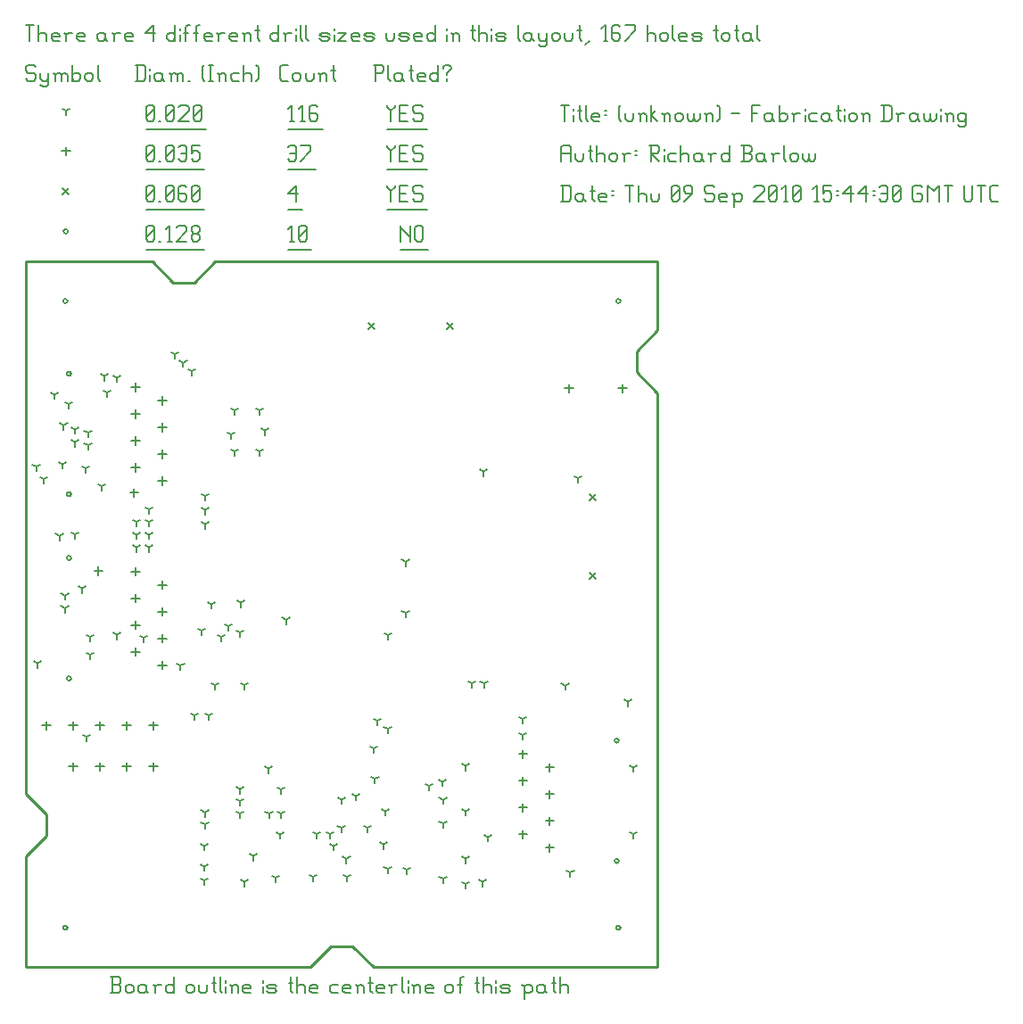
<source format=gbr>
G04 start of page 13 for group -3984 idx -3984 *
G04 Title: (unknown), fab *
G04 Creator: pcb 1.99z *
G04 CreationDate: Thu 09 Sep 2010 15:44:30 GMT UTC *
G04 For: rbarlow *
G04 Format: Gerber/RS-274X *
G04 PCB-Dimensions: 236220 263780 *
G04 PCB-Coordinate-Origin: lower left *
%MOIN*%
%FSLAX25Y25*%
%LNFAB*%
%ADD12C,0.0100*%
%ADD70R,0.0080X0.0080*%
%ADD71C,0.0060*%
G54D70*X220657Y14764D02*G75*G03X222257Y14764I800J0D01*G01*
G75*G03X220657Y14764I-800J0D01*G01*
X13964D02*G75*G03X15564Y14764I800J0D01*G01*
G75*G03X13964Y14764I-800J0D01*G01*
X220657Y249016D02*G75*G03X222257Y249016I800J0D01*G01*
G75*G03X220657Y249016I-800J0D01*G01*
X13964D02*G75*G03X15564Y249016I800J0D01*G01*
G75*G03X13964Y249016I-800J0D01*G01*
X15342Y152955D02*G75*G03X16942Y152955I800J0D01*G01*
G75*G03X15342Y152955I-800J0D01*G01*
Y107955D02*G75*G03X16942Y107955I800J0D01*G01*
G75*G03X15342Y107955I-800J0D01*G01*
Y221852D02*G75*G03X16942Y221852I800J0D01*G01*
G75*G03X15342Y221852I-800J0D01*G01*
Y176852D02*G75*G03X16942Y176852I800J0D01*G01*
G75*G03X15342Y176852I-800J0D01*G01*
X220065Y39727D02*G75*G03X221665Y39727I800J0D01*G01*
G75*G03X220065Y39727I-800J0D01*G01*
Y84727D02*G75*G03X221665Y84727I800J0D01*G01*
G75*G03X220065Y84727I-800J0D01*G01*
X14200Y275030D02*G75*G03X15800Y275030I800J0D01*G01*
G75*G03X14200Y275030I-800J0D01*G01*
G54D71*X140000Y277280D02*Y271280D01*
Y277280D02*Y276530D01*
X143750Y272780D01*
Y277280D02*Y271280D01*
X145551Y276530D02*Y272030D01*
Y276530D02*X146301Y277280D01*
X147801D01*
X148551Y276530D01*
Y272030D01*
X147801Y271280D02*X148551Y272030D01*
X146301Y271280D02*X147801D01*
X145551Y272030D02*X146301Y271280D01*
X140000Y268029D02*X150353D01*
X98750Y271280D02*X100250D01*
X99500Y277280D02*Y271280D01*
X98000Y275780D02*X99500Y277280D01*
X102051Y272030D02*X102801Y271280D01*
X102051Y276530D02*Y272030D01*
Y276530D02*X102801Y277280D01*
X104301D01*
X105051Y276530D01*
Y272030D01*
X104301Y271280D02*X105051Y272030D01*
X102801Y271280D02*X104301D01*
X102051Y272780D02*X105051Y275780D01*
X98000Y268029D02*X106853D01*
X45000Y272030D02*X45750Y271280D01*
X45000Y276530D02*Y272030D01*
Y276530D02*X45750Y277280D01*
X47250D01*
X48000Y276530D01*
Y272030D01*
X47250Y271280D02*X48000Y272030D01*
X45750Y271280D02*X47250D01*
X45000Y272780D02*X48000Y275780D01*
X49801Y271280D02*X50551D01*
X53103D02*X54603D01*
X53853Y277280D02*Y271280D01*
X52353Y275780D02*X53853Y277280D01*
X56404Y276530D02*X57154Y277280D01*
X59404D01*
X60154Y276530D01*
Y275030D01*
X56404Y271280D02*X60154Y275030D01*
X56404Y271280D02*X60154D01*
X61956Y272030D02*X62706Y271280D01*
X61956Y273530D02*Y272030D01*
Y273530D02*X62706Y274280D01*
X64206D01*
X64956Y273530D01*
Y272030D01*
X64206Y271280D02*X64956Y272030D01*
X62706Y271280D02*X64206D01*
X61956Y275030D02*X62706Y274280D01*
X61956Y276530D02*Y275030D01*
Y276530D02*X62706Y277280D01*
X64206D01*
X64956Y276530D01*
Y275030D01*
X64206Y274280D02*X64956Y275030D01*
X45000Y268029D02*X66757D01*
X157462Y240767D02*X159862Y238367D01*
X157462D02*X159862Y240767D01*
X127934D02*X130334Y238367D01*
X127934D02*X130334Y240767D01*
X210805Y147420D02*X213205Y145020D01*
X210805D02*X213205Y147420D01*
X210805Y176948D02*X213205Y174548D01*
X210805D02*X213205Y176948D01*
X13800Y291230D02*X16200Y288830D01*
X13800D02*X16200Y291230D01*
X135000Y292280D02*Y291530D01*
X136500Y290030D01*
X138000Y291530D01*
Y292280D02*Y291530D01*
X136500Y290030D02*Y286280D01*
X139801Y289280D02*X142051D01*
X139801Y286280D02*X142801D01*
X139801Y292280D02*Y286280D01*
Y292280D02*X142801D01*
X147603D02*X148353Y291530D01*
X145353Y292280D02*X147603D01*
X144603Y291530D02*X145353Y292280D01*
X144603Y291530D02*Y290030D01*
X145353Y289280D01*
X147603D01*
X148353Y288530D01*
Y287030D01*
X147603Y286280D02*X148353Y287030D01*
X145353Y286280D02*X147603D01*
X144603Y287030D02*X145353Y286280D01*
X135000Y283029D02*X150154D01*
X98000Y289280D02*X101000Y292280D01*
X98000Y289280D02*X101750D01*
X101000Y292280D02*Y286280D01*
X98000Y283029D02*X103551D01*
X45000Y287030D02*X45750Y286280D01*
X45000Y291530D02*Y287030D01*
Y291530D02*X45750Y292280D01*
X47250D01*
X48000Y291530D01*
Y287030D01*
X47250Y286280D02*X48000Y287030D01*
X45750Y286280D02*X47250D01*
X45000Y287780D02*X48000Y290780D01*
X49801Y286280D02*X50551D01*
X52353Y287030D02*X53103Y286280D01*
X52353Y291530D02*Y287030D01*
Y291530D02*X53103Y292280D01*
X54603D01*
X55353Y291530D01*
Y287030D01*
X54603Y286280D02*X55353Y287030D01*
X53103Y286280D02*X54603D01*
X52353Y287780D02*X55353Y290780D01*
X59404Y292280D02*X60154Y291530D01*
X57904Y292280D02*X59404D01*
X57154Y291530D02*X57904Y292280D01*
X57154Y291530D02*Y287030D01*
X57904Y286280D01*
X59404Y289280D02*X60154Y288530D01*
X57154Y289280D02*X59404D01*
X57904Y286280D02*X59404D01*
X60154Y287030D01*
Y288530D02*Y287030D01*
X61956D02*X62706Y286280D01*
X61956Y291530D02*Y287030D01*
Y291530D02*X62706Y292280D01*
X64206D01*
X64956Y291530D01*
Y287030D01*
X64206Y286280D02*X64956Y287030D01*
X62706Y286280D02*X64206D01*
X61956Y287780D02*X64956Y290780D01*
X45000Y283029D02*X66757D01*
X7797Y91956D02*Y88756D01*
X6197Y90356D02*X9397D01*
X17797Y91956D02*Y88756D01*
X16197Y90356D02*X19397D01*
X27797Y91956D02*Y88756D01*
X26197Y90356D02*X29397D01*
X37797Y91956D02*Y88756D01*
X36197Y90356D02*X39397D01*
X47797Y91956D02*Y88756D01*
X46197Y90356D02*X49397D01*
X51142Y114555D02*Y111355D01*
X49542Y112955D02*X52742D01*
X41142Y119555D02*Y116355D01*
X39542Y117955D02*X42742D01*
X51142Y134555D02*Y131355D01*
X49542Y132955D02*X52742D01*
X41142Y139555D02*Y136355D01*
X39542Y137955D02*X42742D01*
X41142Y129555D02*Y126355D01*
X39542Y127955D02*X42742D01*
X41142Y149555D02*Y146355D01*
X39542Y147955D02*X42742D01*
X51142Y144555D02*Y141355D01*
X49542Y142955D02*X52742D01*
X51142Y124555D02*Y121355D01*
X49542Y122955D02*X52742D01*
X51142Y183452D02*Y180252D01*
X49542Y181852D02*X52742D01*
X41142Y188452D02*Y185252D01*
X39542Y186852D02*X42742D01*
X51142Y203452D02*Y200252D01*
X49542Y201852D02*X52742D01*
X41142Y208452D02*Y205252D01*
X39542Y206852D02*X42742D01*
X41142Y198452D02*Y195252D01*
X39542Y196852D02*X42742D01*
X41142Y218452D02*Y215252D01*
X39542Y216852D02*X42742D01*
X51142Y213452D02*Y210252D01*
X49542Y211852D02*X52742D01*
X51142Y193452D02*Y190252D01*
X49542Y191852D02*X52742D01*
X17717Y76602D02*Y73402D01*
X16117Y75002D02*X19317D01*
X27717Y76602D02*Y73402D01*
X26117Y75002D02*X29317D01*
X37717Y76602D02*Y73402D01*
X36117Y75002D02*X39317D01*
X47717Y76602D02*Y73402D01*
X46117Y75002D02*X49317D01*
X223150Y217940D02*Y214740D01*
X221550Y216340D02*X224750D01*
X203150Y217940D02*Y214740D01*
X201550Y216340D02*X204750D01*
X185865Y81327D02*Y78127D01*
X184265Y79727D02*X187465D01*
X195865Y76327D02*Y73127D01*
X194265Y74727D02*X197465D01*
X185865Y61327D02*Y58127D01*
X184265Y59727D02*X187465D01*
X195865Y56327D02*Y53127D01*
X194265Y54727D02*X197465D01*
X195865Y66327D02*Y63127D01*
X194265Y64727D02*X197465D01*
X195865Y46327D02*Y43127D01*
X194265Y44727D02*X197465D01*
X185865Y51327D02*Y48127D01*
X184265Y49727D02*X187465D01*
X185865Y71327D02*Y68127D01*
X184265Y69727D02*X187465D01*
X40551Y178964D02*Y175764D01*
X38951Y177364D02*X42151D01*
X27166Y149830D02*Y146630D01*
X25566Y148230D02*X28766D01*
X15000Y306630D02*Y303430D01*
X13400Y305030D02*X16600D01*
X135000Y307280D02*Y306530D01*
X136500Y305030D01*
X138000Y306530D01*
Y307280D02*Y306530D01*
X136500Y305030D02*Y301280D01*
X139801Y304280D02*X142051D01*
X139801Y301280D02*X142801D01*
X139801Y307280D02*Y301280D01*
Y307280D02*X142801D01*
X147603D02*X148353Y306530D01*
X145353Y307280D02*X147603D01*
X144603Y306530D02*X145353Y307280D01*
X144603Y306530D02*Y305030D01*
X145353Y304280D01*
X147603D01*
X148353Y303530D01*
Y302030D01*
X147603Y301280D02*X148353Y302030D01*
X145353Y301280D02*X147603D01*
X144603Y302030D02*X145353Y301280D01*
X135000Y298029D02*X150154D01*
X98000Y306530D02*X98750Y307280D01*
X100250D01*
X101000Y306530D01*
Y302030D01*
X100250Y301280D02*X101000Y302030D01*
X98750Y301280D02*X100250D01*
X98000Y302030D02*X98750Y301280D01*
Y304280D02*X101000D01*
X102801Y301280D02*X106551Y305030D01*
Y307280D02*Y305030D01*
X102801Y307280D02*X106551D01*
X98000Y298029D02*X108353D01*
X45000Y302030D02*X45750Y301280D01*
X45000Y306530D02*Y302030D01*
Y306530D02*X45750Y307280D01*
X47250D01*
X48000Y306530D01*
Y302030D01*
X47250Y301280D02*X48000Y302030D01*
X45750Y301280D02*X47250D01*
X45000Y302780D02*X48000Y305780D01*
X49801Y301280D02*X50551D01*
X52353Y302030D02*X53103Y301280D01*
X52353Y306530D02*Y302030D01*
Y306530D02*X53103Y307280D01*
X54603D01*
X55353Y306530D01*
Y302030D01*
X54603Y301280D02*X55353Y302030D01*
X53103Y301280D02*X54603D01*
X52353Y302780D02*X55353Y305780D01*
X57154Y306530D02*X57904Y307280D01*
X59404D01*
X60154Y306530D01*
Y302030D01*
X59404Y301280D02*X60154Y302030D01*
X57904Y301280D02*X59404D01*
X57154Y302030D02*X57904Y301280D01*
Y304280D02*X60154D01*
X61956Y307280D02*X64956D01*
X61956D02*Y304280D01*
X62706Y305030D01*
X64206D01*
X64956Y304280D01*
Y302030D01*
X64206Y301280D02*X64956Y302030D01*
X62706Y301280D02*X64206D01*
X61956Y302030D02*X62706Y301280D01*
X45000Y298029D02*X66757D01*
X108719Y49805D02*Y48205D01*
Y49805D02*X110105Y50605D01*
X108719Y49805D02*X107333Y50605D01*
X113719Y49805D02*Y48205D01*
Y49805D02*X115105Y50605D01*
X113719Y49805D02*X112333Y50605D01*
X135236Y89175D02*Y87575D01*
Y89175D02*X136622Y89975D01*
X135236Y89175D02*X133850Y89975D01*
X130512Y70474D02*Y68874D01*
Y70474D02*X131898Y71274D01*
X130512Y70474D02*X129126Y71274D01*
X131496Y92128D02*Y90528D01*
Y92128D02*X132882Y92928D01*
X131496Y92128D02*X130110Y92928D01*
X134449Y58270D02*Y56670D01*
Y58270D02*X135835Y59070D01*
X134449Y58270D02*X133063Y59070D01*
X201575Y105317D02*Y103717D01*
Y105317D02*X202961Y106117D01*
X201575Y105317D02*X200189Y106117D01*
X206299Y182679D02*Y181079D01*
Y182679D02*X207685Y183479D01*
X206299Y182679D02*X204913Y183479D01*
X171260Y106103D02*Y104503D01*
Y106103D02*X172646Y106903D01*
X171260Y106103D02*X169874Y106903D01*
X141929Y132482D02*Y130882D01*
Y132482D02*X143315Y133282D01*
X141929Y132482D02*X140543Y133282D01*
X171063Y185238D02*Y183638D01*
Y185238D02*X172449Y186038D01*
X171063Y185238D02*X169677Y186038D01*
X141929Y151575D02*Y149975D01*
Y151575D02*X143315Y152375D01*
X141929Y151575D02*X140543Y152375D01*
X135433Y124018D02*Y122418D01*
Y124018D02*X136819Y124818D01*
X135433Y124018D02*X134047Y124818D01*
X226968Y49805D02*Y48205D01*
Y49805D02*X228354Y50605D01*
X226968Y49805D02*X225582Y50605D01*
X226968Y74608D02*Y73008D01*
Y74608D02*X228354Y75408D01*
X226968Y74608D02*X225582Y75408D01*
X185827Y86813D02*Y85213D01*
Y86813D02*X187213Y87613D01*
X185827Y86813D02*X184441Y87613D01*
X185827Y92718D02*Y91118D01*
Y92718D02*X187213Y93518D01*
X185827Y92718D02*X184441Y93518D01*
X170669Y31892D02*Y30292D01*
Y31892D02*X172055Y32692D01*
X170669Y31892D02*X169283Y32692D01*
X172638Y48624D02*Y47024D01*
Y48624D02*X174024Y49424D01*
X172638Y48624D02*X171252Y49424D01*
X164370Y75199D02*Y73599D01*
Y75199D02*X165756Y75999D01*
X164370Y75199D02*X162984Y75999D01*
X164370Y58270D02*Y56670D01*
Y58270D02*X165756Y59070D01*
X164370Y58270D02*X162984Y59070D01*
X164370Y40553D02*Y38953D01*
Y40553D02*X165756Y41353D01*
X164370Y40553D02*X162984Y41353D01*
X225000Y99214D02*Y97614D01*
Y99214D02*X226386Y100014D01*
X225000Y99214D02*X223614Y100014D01*
X155906Y33073D02*Y31473D01*
Y33073D02*X157292Y33873D01*
X155906Y33073D02*X154520Y33873D01*
X155906Y62600D02*Y61000D01*
Y62600D02*X157292Y63400D01*
X155906Y62600D02*X154520Y63400D01*
X155906Y53742D02*Y52142D01*
Y53742D02*X157292Y54542D01*
X155906Y53742D02*X154520Y54542D01*
X150787Y67718D02*Y66118D01*
Y67718D02*X152173Y68518D01*
X150787Y67718D02*X149401Y68518D01*
X155709Y69293D02*Y67693D01*
Y69293D02*X157095Y70093D01*
X155709Y69293D02*X154323Y70093D01*
X164370Y31104D02*Y29504D01*
Y31104D02*X165756Y31904D01*
X164370Y31104D02*X162984Y31904D01*
X130118Y81695D02*Y80095D01*
Y81695D02*X131504Y82495D01*
X130118Y81695D02*X128732Y82495D01*
X203543Y35435D02*Y33835D01*
Y35435D02*X204929Y36235D01*
X203543Y35435D02*X202157Y36235D01*
X135236Y36813D02*Y35213D01*
Y36813D02*X136622Y37613D01*
X135236Y36813D02*X133850Y37613D01*
X133661Y45868D02*Y44268D01*
Y45868D02*X135047Y46668D01*
X133661Y45868D02*X132275Y46668D01*
X28347Y179726D02*Y178126D01*
Y179726D02*X29733Y180526D01*
X28347Y179726D02*X26961Y180526D01*
X107480Y33860D02*Y32260D01*
Y33860D02*X108866Y34660D01*
X107480Y33860D02*X106094Y34660D01*
X90748Y74213D02*Y72613D01*
Y74213D02*X92134Y75013D01*
X90748Y74213D02*X89362Y75013D01*
X81693Y105514D02*Y103914D01*
Y105514D02*X83079Y106314D01*
X81693Y105514D02*X80307Y106314D01*
X95472Y57482D02*Y55882D01*
Y57482D02*X96858Y58282D01*
X95472Y57482D02*X94086Y58282D01*
X85039Y41537D02*Y39937D01*
Y41537D02*X86425Y42337D01*
X85039Y41537D02*X83653Y42337D01*
X16142Y210435D02*Y208835D01*
Y210435D02*X17528Y211235D01*
X16142Y210435D02*X14756Y211235D01*
X66732Y37600D02*Y36000D01*
Y37600D02*X68118Y38400D01*
X66732Y37600D02*X65346Y38400D01*
X14174Y202561D02*Y200961D01*
Y202561D02*X15560Y203361D01*
X14174Y202561D02*X12788Y203361D01*
X10630Y213978D02*Y212378D01*
Y213978D02*X12016Y214778D01*
X10630Y213978D02*X9244Y214778D01*
X18504Y196262D02*Y194662D01*
Y196262D02*X19890Y197062D01*
X18504Y196262D02*X17118Y197062D01*
X18504Y200986D02*Y199386D01*
Y200986D02*X19890Y201786D01*
X18504Y200986D02*X17118Y201786D01*
X66732Y45277D02*Y43677D01*
Y45277D02*X68118Y46077D01*
X66732Y45277D02*X65346Y46077D01*
X68504Y94095D02*Y92495D01*
Y94095D02*X69890Y94895D01*
X68504Y94095D02*X67118Y94895D01*
X14567Y134252D02*Y132652D01*
Y134252D02*X15953Y135052D01*
X14567Y134252D02*X13181Y135052D01*
X24016Y123427D02*Y121827D01*
Y123427D02*X25402Y124227D01*
X24016Y123427D02*X22630Y124227D01*
X4331Y113585D02*Y111985D01*
Y113585D02*X5717Y114385D01*
X4331Y113585D02*X2945Y114385D01*
X22835Y86026D02*Y84426D01*
Y86026D02*X24221Y86826D01*
X22835Y86026D02*X21449Y86826D01*
X57874Y112797D02*Y111197D01*
Y112797D02*X59260Y113597D01*
X57874Y112797D02*X56488Y113597D01*
X13780Y187994D02*Y186394D01*
Y187994D02*X15166Y188794D01*
X13780Y187994D02*X12394Y188794D01*
X22441Y186419D02*Y184819D01*
Y186419D02*X23827Y187219D01*
X22441Y186419D02*X21055Y187219D01*
X12599Y161223D02*Y159623D01*
Y161223D02*X13985Y162023D01*
X12599Y161223D02*X11213Y162023D01*
X14567Y138977D02*Y137377D01*
Y138977D02*X15953Y139777D01*
X14567Y138977D02*X13181Y139777D01*
X24016Y116734D02*Y115134D01*
Y116734D02*X25402Y117534D01*
X24016Y116734D02*X22630Y117534D01*
X18504Y161813D02*Y160213D01*
Y161813D02*X19890Y162613D01*
X18504Y161813D02*X17118Y162613D01*
X21063Y141538D02*Y139938D01*
Y141538D02*X22449Y142338D01*
X21063Y141538D02*X19677Y142338D01*
X29331Y220868D02*Y219268D01*
Y220868D02*X30717Y221668D01*
X29331Y220868D02*X27945Y221668D01*
X62992Y94095D02*Y92495D01*
Y94095D02*X64378Y94895D01*
X62992Y94095D02*X61606Y94895D01*
X166732Y106103D02*Y104503D01*
Y106103D02*X168118Y106903D01*
X166732Y106103D02*X165346Y106903D01*
X44095Y123034D02*Y121434D01*
Y123034D02*X45481Y123834D01*
X44095Y123034D02*X42709Y123834D01*
X80118Y66537D02*Y64937D01*
Y66537D02*X81504Y67337D01*
X80118Y66537D02*X78732Y67337D01*
X80118Y62010D02*Y60410D01*
Y62010D02*X81504Y62810D01*
X80118Y62010D02*X78732Y62810D01*
X41339Y156892D02*Y155292D01*
Y156892D02*X42725Y157692D01*
X41339Y156892D02*X39953Y157692D01*
X41339Y161616D02*Y160016D01*
Y161616D02*X42725Y162416D01*
X41339Y161616D02*X39953Y162416D01*
X41339Y166341D02*Y164741D01*
Y166341D02*X42725Y167141D01*
X41339Y166341D02*X39953Y167141D01*
X46063Y156892D02*Y155292D01*
Y156892D02*X47449Y157692D01*
X46063Y156892D02*X44677Y157692D01*
X46063Y161616D02*Y160016D01*
Y161616D02*X47449Y162416D01*
X46063Y161616D02*X44677Y162416D01*
X46063Y166341D02*Y164741D01*
Y166341D02*X47449Y167141D01*
X46063Y166341D02*X44677Y167141D01*
X46063Y171065D02*Y169465D01*
Y171065D02*X47449Y171865D01*
X46063Y171065D02*X44677Y171865D01*
X70669Y105514D02*Y103914D01*
Y105514D02*X72055Y106314D01*
X70669Y105514D02*X69283Y106314D01*
X115157Y45277D02*Y43677D01*
Y45277D02*X116543Y46077D01*
X115157Y45277D02*X113771Y46077D01*
X95079Y49608D02*Y48008D01*
Y49608D02*X96465Y50408D01*
X95079Y49608D02*X93693Y50408D01*
X93504Y33466D02*Y31866D01*
Y33466D02*X94890Y34266D01*
X93504Y33466D02*X92118Y34266D01*
X66732Y32482D02*Y30882D01*
Y32482D02*X68118Y33282D01*
X66732Y32482D02*X65346Y33282D01*
X65748Y125789D02*Y124189D01*
Y125789D02*X67134Y126589D01*
X65748Y125789D02*X64362Y126589D01*
X120079Y33860D02*Y32260D01*
Y33860D02*X121465Y34660D01*
X120079Y33860D02*X118693Y34660D01*
X97244Y129923D02*Y128323D01*
Y129923D02*X98630Y130723D01*
X97244Y129923D02*X95858Y130723D01*
X6693Y182482D02*Y180882D01*
Y182482D02*X8079Y183282D01*
X6693Y182482D02*X5307Y183282D01*
X3937Y187010D02*Y185410D01*
Y187010D02*X5323Y187810D01*
X3937Y187010D02*X2551Y187810D01*
X34055Y124215D02*Y122615D01*
Y124215D02*X35441Y125015D01*
X34055Y124215D02*X32669Y125015D01*
X55709Y229136D02*Y227536D01*
Y229136D02*X57095Y229936D01*
X55709Y229136D02*X54323Y229936D01*
X58859Y225986D02*Y224386D01*
Y225986D02*X60245Y226786D01*
X58859Y225986D02*X57473Y226786D01*
X62008Y222837D02*Y221237D01*
Y222837D02*X63394Y223637D01*
X62008Y222837D02*X60622Y223637D01*
X23229Y195081D02*Y193481D01*
Y195081D02*X24615Y195881D01*
X23229Y195081D02*X21843Y195881D01*
X23229Y199805D02*Y198205D01*
Y199805D02*X24615Y200605D01*
X23229Y199805D02*X21843Y200605D01*
X30315Y214766D02*Y213166D01*
Y214766D02*X31701Y215566D01*
X30315Y214766D02*X28929Y215566D01*
X34055Y220278D02*Y218678D01*
Y220278D02*X35441Y221078D01*
X34055Y220278D02*X32669Y221078D01*
X76772Y199018D02*Y197418D01*
Y199018D02*X78158Y199818D01*
X76772Y199018D02*X75386Y199818D01*
X77953Y208073D02*Y206473D01*
Y208073D02*X79339Y208873D01*
X77953Y208073D02*X76567Y208873D01*
X87402Y208073D02*Y206473D01*
Y208073D02*X88788Y208873D01*
X87402Y208073D02*X86016Y208873D01*
X77953Y192719D02*Y191119D01*
Y192719D02*X79339Y193519D01*
X77953Y192719D02*X76567Y193519D01*
X87402Y192719D02*Y191119D01*
Y192719D02*X88788Y193519D01*
X87402Y192719D02*X86016Y193519D01*
X75627Y127473D02*Y125873D01*
Y127473D02*X77013Y128273D01*
X75627Y127473D02*X74241Y128273D01*
X80315Y136223D02*Y134623D01*
Y136223D02*X81701Y137023D01*
X80315Y136223D02*X78929Y137023D01*
X69488Y135632D02*Y134032D01*
Y135632D02*X70874Y136432D01*
X69488Y135632D02*X68102Y136432D01*
X89370Y200593D02*Y198993D01*
Y200593D02*X90756Y201393D01*
X89370Y200593D02*X87984Y201393D01*
X80118Y125002D02*Y123402D01*
Y125002D02*X81504Y125802D01*
X80118Y125002D02*X78732Y125802D01*
X73032Y123427D02*Y121827D01*
Y123427D02*X74418Y124227D01*
X73032Y123427D02*X71646Y124227D01*
X80118Y57482D02*Y55882D01*
Y57482D02*X81504Y58282D01*
X80118Y57482D02*X78732Y58282D01*
X66929Y57876D02*Y56276D01*
Y57876D02*X68315Y58676D01*
X66929Y57876D02*X65543Y58676D01*
X66929Y53348D02*Y51748D01*
Y53348D02*X68315Y54148D01*
X66929Y53348D02*X65543Y54148D01*
X95472Y66340D02*Y64740D01*
Y66340D02*X96858Y67140D01*
X95472Y66340D02*X94086Y67140D01*
X118110Y62600D02*Y61000D01*
Y62600D02*X119496Y63400D01*
X118110Y62600D02*X116724Y63400D01*
X142323Y36419D02*Y34819D01*
Y36419D02*X143709Y37219D01*
X142323Y36419D02*X140937Y37219D01*
X117913Y52167D02*Y50567D01*
Y52167D02*X119299Y52967D01*
X117913Y52167D02*X116527Y52967D01*
X127756Y52167D02*Y50567D01*
Y52167D02*X129142Y52967D01*
X127756Y52167D02*X126370Y52967D01*
X119882Y40553D02*Y38953D01*
Y40553D02*X121268Y41353D01*
X119882Y40553D02*X118496Y41353D01*
X123425Y63978D02*Y62378D01*
Y63978D02*X124811Y64778D01*
X123425Y63978D02*X122039Y64778D01*
X90945Y57482D02*Y55882D01*
Y57482D02*X92331Y58282D01*
X90945Y57482D02*X89559Y58282D01*
X81693Y31892D02*Y30292D01*
Y31892D02*X83079Y32692D01*
X81693Y31892D02*X80307Y32692D01*
X67126Y165552D02*Y163952D01*
Y165552D02*X68512Y166352D01*
X67126Y165552D02*X65740Y166352D01*
X67126Y170867D02*Y169267D01*
Y170867D02*X68512Y171667D01*
X67126Y170867D02*X65740Y171667D01*
X67126Y176182D02*Y174582D01*
Y176182D02*X68512Y176982D01*
X67126Y176182D02*X65740Y176982D01*
X15000Y320030D02*Y318430D01*
Y320030D02*X16386Y320830D01*
X15000Y320030D02*X13614Y320830D01*
X135000Y322280D02*Y321530D01*
X136500Y320030D01*
X138000Y321530D01*
Y322280D02*Y321530D01*
X136500Y320030D02*Y316280D01*
X139801Y319280D02*X142051D01*
X139801Y316280D02*X142801D01*
X139801Y322280D02*Y316280D01*
Y322280D02*X142801D01*
X147603D02*X148353Y321530D01*
X145353Y322280D02*X147603D01*
X144603Y321530D02*X145353Y322280D01*
X144603Y321530D02*Y320030D01*
X145353Y319280D01*
X147603D01*
X148353Y318530D01*
Y317030D01*
X147603Y316280D02*X148353Y317030D01*
X145353Y316280D02*X147603D01*
X144603Y317030D02*X145353Y316280D01*
X135000Y313029D02*X150154D01*
X98750Y316280D02*X100250D01*
X99500Y322280D02*Y316280D01*
X98000Y320780D02*X99500Y322280D01*
X102801Y316280D02*X104301D01*
X103551Y322280D02*Y316280D01*
X102051Y320780D02*X103551Y322280D01*
X108353D02*X109103Y321530D01*
X106853Y322280D02*X108353D01*
X106103Y321530D02*X106853Y322280D01*
X106103Y321530D02*Y317030D01*
X106853Y316280D01*
X108353Y319280D02*X109103Y318530D01*
X106103Y319280D02*X108353D01*
X106853Y316280D02*X108353D01*
X109103Y317030D01*
Y318530D02*Y317030D01*
X98000Y313029D02*X110904D01*
X45000Y317030D02*X45750Y316280D01*
X45000Y321530D02*Y317030D01*
Y321530D02*X45750Y322280D01*
X47250D01*
X48000Y321530D01*
Y317030D01*
X47250Y316280D02*X48000Y317030D01*
X45750Y316280D02*X47250D01*
X45000Y317780D02*X48000Y320780D01*
X49801Y316280D02*X50551D01*
X52353Y317030D02*X53103Y316280D01*
X52353Y321530D02*Y317030D01*
Y321530D02*X53103Y322280D01*
X54603D01*
X55353Y321530D01*
Y317030D01*
X54603Y316280D02*X55353Y317030D01*
X53103Y316280D02*X54603D01*
X52353Y317780D02*X55353Y320780D01*
X57154Y321530D02*X57904Y322280D01*
X60154D01*
X60904Y321530D01*
Y320030D01*
X57154Y316280D02*X60904Y320030D01*
X57154Y316280D02*X60904D01*
X62706Y317030D02*X63456Y316280D01*
X62706Y321530D02*Y317030D01*
Y321530D02*X63456Y322280D01*
X64956D01*
X65706Y321530D01*
Y317030D01*
X64956Y316280D02*X65706Y317030D01*
X63456Y316280D02*X64956D01*
X62706Y317780D02*X65706Y320780D01*
X45000Y313029D02*X67507D01*
X3000Y337280D02*X3750Y336530D01*
X750Y337280D02*X3000D01*
X0Y336530D02*X750Y337280D01*
X0Y336530D02*Y335030D01*
X750Y334280D01*
X3000D01*
X3750Y333530D01*
Y332030D01*
X3000Y331280D02*X3750Y332030D01*
X750Y331280D02*X3000D01*
X0Y332030D02*X750Y331280D01*
X5551Y334280D02*Y332030D01*
X6301Y331280D01*
X8551Y334280D02*Y329780D01*
X7801Y329030D02*X8551Y329780D01*
X6301Y329030D02*X7801D01*
X5551Y329780D02*X6301Y329030D01*
Y331280D02*X7801D01*
X8551Y332030D01*
X11103Y333530D02*Y331280D01*
Y333530D02*X11853Y334280D01*
X12603D01*
X13353Y333530D01*
Y331280D01*
Y333530D02*X14103Y334280D01*
X14853D01*
X15603Y333530D01*
Y331280D01*
X10353Y334280D02*X11103Y333530D01*
X17404Y337280D02*Y331280D01*
Y332030D02*X18154Y331280D01*
X19654D01*
X20404Y332030D01*
Y333530D02*Y332030D01*
X19654Y334280D02*X20404Y333530D01*
X18154Y334280D02*X19654D01*
X17404Y333530D02*X18154Y334280D01*
X22206Y333530D02*Y332030D01*
Y333530D02*X22956Y334280D01*
X24456D01*
X25206Y333530D01*
Y332030D01*
X24456Y331280D02*X25206Y332030D01*
X22956Y331280D02*X24456D01*
X22206Y332030D02*X22956Y331280D01*
X27007Y337280D02*Y332030D01*
X27757Y331280D01*
X41750Y337280D02*Y331280D01*
X44000Y337280D02*X44750Y336530D01*
Y332030D01*
X44000Y331280D02*X44750Y332030D01*
X41000Y331280D02*X44000D01*
X41000Y337280D02*X44000D01*
X46551Y335780D02*Y335030D01*
Y333530D02*Y331280D01*
X50303Y334280D02*X51053Y333530D01*
X48803Y334280D02*X50303D01*
X48053Y333530D02*X48803Y334280D01*
X48053Y333530D02*Y332030D01*
X48803Y331280D01*
X51053Y334280D02*Y332030D01*
X51803Y331280D01*
X48803D02*X50303D01*
X51053Y332030D01*
X54354Y333530D02*Y331280D01*
Y333530D02*X55104Y334280D01*
X55854D01*
X56604Y333530D01*
Y331280D01*
Y333530D02*X57354Y334280D01*
X58104D01*
X58854Y333530D01*
Y331280D01*
X53604Y334280D02*X54354Y333530D01*
X60656Y331280D02*X61406D01*
X65907Y332030D02*X66657Y331280D01*
X65907Y336530D02*X66657Y337280D01*
X65907Y336530D02*Y332030D01*
X68459Y337280D02*X69959D01*
X69209D02*Y331280D01*
X68459D02*X69959D01*
X72510Y333530D02*Y331280D01*
Y333530D02*X73260Y334280D01*
X74010D01*
X74760Y333530D01*
Y331280D01*
X71760Y334280D02*X72510Y333530D01*
X77312Y334280D02*X79562D01*
X76562Y333530D02*X77312Y334280D01*
X76562Y333530D02*Y332030D01*
X77312Y331280D01*
X79562D01*
X81363Y337280D02*Y331280D01*
Y333530D02*X82113Y334280D01*
X83613D01*
X84363Y333530D01*
Y331280D01*
X86165Y337280D02*X86915Y336530D01*
Y332030D01*
X86165Y331280D02*X86915Y332030D01*
X95750Y331280D02*X98000D01*
X95000Y332030D02*X95750Y331280D01*
X95000Y336530D02*Y332030D01*
Y336530D02*X95750Y337280D01*
X98000D01*
X99801Y333530D02*Y332030D01*
Y333530D02*X100551Y334280D01*
X102051D01*
X102801Y333530D01*
Y332030D01*
X102051Y331280D02*X102801Y332030D01*
X100551Y331280D02*X102051D01*
X99801Y332030D02*X100551Y331280D01*
X104603Y334280D02*Y332030D01*
X105353Y331280D01*
X106853D01*
X107603Y332030D01*
Y334280D02*Y332030D01*
X110154Y333530D02*Y331280D01*
Y333530D02*X110904Y334280D01*
X111654D01*
X112404Y333530D01*
Y331280D01*
X109404Y334280D02*X110154Y333530D01*
X114956Y337280D02*Y332030D01*
X115706Y331280D01*
X114206Y335030D02*X115706D01*
X130750Y337280D02*Y331280D01*
X130000Y337280D02*X133000D01*
X133750Y336530D01*
Y335030D01*
X133000Y334280D02*X133750Y335030D01*
X130750Y334280D02*X133000D01*
X135551Y337280D02*Y332030D01*
X136301Y331280D01*
X140053Y334280D02*X140803Y333530D01*
X138553Y334280D02*X140053D01*
X137803Y333530D02*X138553Y334280D01*
X137803Y333530D02*Y332030D01*
X138553Y331280D01*
X140803Y334280D02*Y332030D01*
X141553Y331280D01*
X138553D02*X140053D01*
X140803Y332030D01*
X144104Y337280D02*Y332030D01*
X144854Y331280D01*
X143354Y335030D02*X144854D01*
X147106Y331280D02*X149356D01*
X146356Y332030D02*X147106Y331280D01*
X146356Y333530D02*Y332030D01*
Y333530D02*X147106Y334280D01*
X148606D01*
X149356Y333530D01*
X146356Y332780D02*X149356D01*
Y333530D02*Y332780D01*
X154157Y337280D02*Y331280D01*
X153407D02*X154157Y332030D01*
X151907Y331280D02*X153407D01*
X151157Y332030D02*X151907Y331280D01*
X151157Y333530D02*Y332030D01*
Y333530D02*X151907Y334280D01*
X153407D01*
X154157Y333530D01*
X157459Y334280D02*Y333530D01*
Y332030D02*Y331280D01*
X155959Y336530D02*Y335780D01*
Y336530D02*X156709Y337280D01*
X158209D01*
X158959Y336530D01*
Y335780D01*
X157459Y334280D02*X158959Y335780D01*
X0Y352280D02*X3000D01*
X1500D02*Y346280D01*
X4801Y352280D02*Y346280D01*
Y348530D02*X5551Y349280D01*
X7051D01*
X7801Y348530D01*
Y346280D01*
X10353D02*X12603D01*
X9603Y347030D02*X10353Y346280D01*
X9603Y348530D02*Y347030D01*
Y348530D02*X10353Y349280D01*
X11853D01*
X12603Y348530D01*
X9603Y347780D02*X12603D01*
Y348530D02*Y347780D01*
X15154Y348530D02*Y346280D01*
Y348530D02*X15904Y349280D01*
X17404D01*
X14404D02*X15154Y348530D01*
X19956Y346280D02*X22206D01*
X19206Y347030D02*X19956Y346280D01*
X19206Y348530D02*Y347030D01*
Y348530D02*X19956Y349280D01*
X21456D01*
X22206Y348530D01*
X19206Y347780D02*X22206D01*
Y348530D02*Y347780D01*
X28957Y349280D02*X29707Y348530D01*
X27457Y349280D02*X28957D01*
X26707Y348530D02*X27457Y349280D01*
X26707Y348530D02*Y347030D01*
X27457Y346280D01*
X29707Y349280D02*Y347030D01*
X30457Y346280D01*
X27457D02*X28957D01*
X29707Y347030D01*
X33009Y348530D02*Y346280D01*
Y348530D02*X33759Y349280D01*
X35259D01*
X32259D02*X33009Y348530D01*
X37810Y346280D02*X40060D01*
X37060Y347030D02*X37810Y346280D01*
X37060Y348530D02*Y347030D01*
Y348530D02*X37810Y349280D01*
X39310D01*
X40060Y348530D01*
X37060Y347780D02*X40060D01*
Y348530D02*Y347780D01*
X44562Y349280D02*X47562Y352280D01*
X44562Y349280D02*X48312D01*
X47562Y352280D02*Y346280D01*
X55813Y352280D02*Y346280D01*
X55063D02*X55813Y347030D01*
X53563Y346280D02*X55063D01*
X52813Y347030D02*X53563Y346280D01*
X52813Y348530D02*Y347030D01*
Y348530D02*X53563Y349280D01*
X55063D01*
X55813Y348530D01*
X57615Y350780D02*Y350030D01*
Y348530D02*Y346280D01*
X59866Y351530D02*Y346280D01*
Y351530D02*X60616Y352280D01*
X61366D01*
X59116Y349280D02*X60616D01*
X63618Y351530D02*Y346280D01*
Y351530D02*X64368Y352280D01*
X65118D01*
X62868Y349280D02*X64368D01*
X67369Y346280D02*X69619D01*
X66619Y347030D02*X67369Y346280D01*
X66619Y348530D02*Y347030D01*
Y348530D02*X67369Y349280D01*
X68869D01*
X69619Y348530D01*
X66619Y347780D02*X69619D01*
Y348530D02*Y347780D01*
X72171Y348530D02*Y346280D01*
Y348530D02*X72921Y349280D01*
X74421D01*
X71421D02*X72171Y348530D01*
X76972Y346280D02*X79222D01*
X76222Y347030D02*X76972Y346280D01*
X76222Y348530D02*Y347030D01*
Y348530D02*X76972Y349280D01*
X78472D01*
X79222Y348530D01*
X76222Y347780D02*X79222D01*
Y348530D02*Y347780D01*
X81774Y348530D02*Y346280D01*
Y348530D02*X82524Y349280D01*
X83274D01*
X84024Y348530D01*
Y346280D01*
X81024Y349280D02*X81774Y348530D01*
X86575Y352280D02*Y347030D01*
X87325Y346280D01*
X85825Y350030D02*X87325D01*
X94527Y352280D02*Y346280D01*
X93777D02*X94527Y347030D01*
X92277Y346280D02*X93777D01*
X91527Y347030D02*X92277Y346280D01*
X91527Y348530D02*Y347030D01*
Y348530D02*X92277Y349280D01*
X93777D01*
X94527Y348530D01*
X97078D02*Y346280D01*
Y348530D02*X97828Y349280D01*
X99328D01*
X96328D02*X97078Y348530D01*
X101130Y350780D02*Y350030D01*
Y348530D02*Y346280D01*
X102631Y352280D02*Y347030D01*
X103381Y346280D01*
X104883Y352280D02*Y347030D01*
X105633Y346280D01*
X110584D02*X112834D01*
X113584Y347030D01*
X112834Y347780D02*X113584Y347030D01*
X110584Y347780D02*X112834D01*
X109834Y348530D02*X110584Y347780D01*
X109834Y348530D02*X110584Y349280D01*
X112834D01*
X113584Y348530D01*
X109834Y347030D02*X110584Y346280D01*
X115386Y350780D02*Y350030D01*
Y348530D02*Y346280D01*
X116887Y349280D02*X119887D01*
X116887Y346280D02*X119887Y349280D01*
X116887Y346280D02*X119887D01*
X122439D02*X124689D01*
X121689Y347030D02*X122439Y346280D01*
X121689Y348530D02*Y347030D01*
Y348530D02*X122439Y349280D01*
X123939D01*
X124689Y348530D01*
X121689Y347780D02*X124689D01*
Y348530D02*Y347780D01*
X127240Y346280D02*X129490D01*
X130240Y347030D01*
X129490Y347780D02*X130240Y347030D01*
X127240Y347780D02*X129490D01*
X126490Y348530D02*X127240Y347780D01*
X126490Y348530D02*X127240Y349280D01*
X129490D01*
X130240Y348530D01*
X126490Y347030D02*X127240Y346280D01*
X134742Y349280D02*Y347030D01*
X135492Y346280D01*
X136992D01*
X137742Y347030D01*
Y349280D02*Y347030D01*
X140293Y346280D02*X142543D01*
X143293Y347030D01*
X142543Y347780D02*X143293Y347030D01*
X140293Y347780D02*X142543D01*
X139543Y348530D02*X140293Y347780D01*
X139543Y348530D02*X140293Y349280D01*
X142543D01*
X143293Y348530D01*
X139543Y347030D02*X140293Y346280D01*
X145845D02*X148095D01*
X145095Y347030D02*X145845Y346280D01*
X145095Y348530D02*Y347030D01*
Y348530D02*X145845Y349280D01*
X147345D01*
X148095Y348530D01*
X145095Y347780D02*X148095D01*
Y348530D02*Y347780D01*
X152896Y352280D02*Y346280D01*
X152146D02*X152896Y347030D01*
X150646Y346280D02*X152146D01*
X149896Y347030D02*X150646Y346280D01*
X149896Y348530D02*Y347030D01*
Y348530D02*X150646Y349280D01*
X152146D01*
X152896Y348530D01*
X157398Y350780D02*Y350030D01*
Y348530D02*Y346280D01*
X159649Y348530D02*Y346280D01*
Y348530D02*X160399Y349280D01*
X161149D01*
X161899Y348530D01*
Y346280D01*
X158899Y349280D02*X159649Y348530D01*
X167151Y352280D02*Y347030D01*
X167901Y346280D01*
X166401Y350030D02*X167901D01*
X169402Y352280D02*Y346280D01*
Y348530D02*X170152Y349280D01*
X171652D01*
X172402Y348530D01*
Y346280D01*
X174204Y350780D02*Y350030D01*
Y348530D02*Y346280D01*
X176455D02*X178705D01*
X179455Y347030D01*
X178705Y347780D02*X179455Y347030D01*
X176455Y347780D02*X178705D01*
X175705Y348530D02*X176455Y347780D01*
X175705Y348530D02*X176455Y349280D01*
X178705D01*
X179455Y348530D01*
X175705Y347030D02*X176455Y346280D01*
X183957Y352280D02*Y347030D01*
X184707Y346280D01*
X188458Y349280D02*X189208Y348530D01*
X186958Y349280D02*X188458D01*
X186208Y348530D02*X186958Y349280D01*
X186208Y348530D02*Y347030D01*
X186958Y346280D01*
X189208Y349280D02*Y347030D01*
X189958Y346280D01*
X186958D02*X188458D01*
X189208Y347030D01*
X191760Y349280D02*Y347030D01*
X192510Y346280D01*
X194760Y349280D02*Y344780D01*
X194010Y344030D02*X194760Y344780D01*
X192510Y344030D02*X194010D01*
X191760Y344780D02*X192510Y344030D01*
Y346280D02*X194010D01*
X194760Y347030D01*
X196561Y348530D02*Y347030D01*
Y348530D02*X197311Y349280D01*
X198811D01*
X199561Y348530D01*
Y347030D01*
X198811Y346280D02*X199561Y347030D01*
X197311Y346280D02*X198811D01*
X196561Y347030D02*X197311Y346280D01*
X201363Y349280D02*Y347030D01*
X202113Y346280D01*
X203613D01*
X204363Y347030D01*
Y349280D02*Y347030D01*
X206914Y352280D02*Y347030D01*
X207664Y346280D01*
X206164Y350030D02*X207664D01*
X209166Y344780D02*X210666Y346280D01*
X215917D02*X217417D01*
X216667Y352280D02*Y346280D01*
X215167Y350780D02*X216667Y352280D01*
X221469D02*X222219Y351530D01*
X219969Y352280D02*X221469D01*
X219219Y351530D02*X219969Y352280D01*
X219219Y351530D02*Y347030D01*
X219969Y346280D01*
X221469Y349280D02*X222219Y348530D01*
X219219Y349280D02*X221469D01*
X219969Y346280D02*X221469D01*
X222219Y347030D01*
Y348530D02*Y347030D01*
X224020Y346280D02*X227770Y350030D01*
Y352280D02*Y350030D01*
X224020Y352280D02*X227770D01*
X232272D02*Y346280D01*
Y348530D02*X233022Y349280D01*
X234522D01*
X235272Y348530D01*
Y346280D01*
X237073Y348530D02*Y347030D01*
Y348530D02*X237823Y349280D01*
X239323D01*
X240073Y348530D01*
Y347030D01*
X239323Y346280D02*X240073Y347030D01*
X237823Y346280D02*X239323D01*
X237073Y347030D02*X237823Y346280D01*
X241875Y352280D02*Y347030D01*
X242625Y346280D01*
X244876D02*X247126D01*
X244126Y347030D02*X244876Y346280D01*
X244126Y348530D02*Y347030D01*
Y348530D02*X244876Y349280D01*
X246376D01*
X247126Y348530D01*
X244126Y347780D02*X247126D01*
Y348530D02*Y347780D01*
X249678Y346280D02*X251928D01*
X252678Y347030D01*
X251928Y347780D02*X252678Y347030D01*
X249678Y347780D02*X251928D01*
X248928Y348530D02*X249678Y347780D01*
X248928Y348530D02*X249678Y349280D01*
X251928D01*
X252678Y348530D01*
X248928Y347030D02*X249678Y346280D01*
X257929Y352280D02*Y347030D01*
X258679Y346280D01*
X257179Y350030D02*X258679D01*
X260181Y348530D02*Y347030D01*
Y348530D02*X260931Y349280D01*
X262431D01*
X263181Y348530D01*
Y347030D01*
X262431Y346280D02*X263181Y347030D01*
X260931Y346280D02*X262431D01*
X260181Y347030D02*X260931Y346280D01*
X265732Y352280D02*Y347030D01*
X266482Y346280D01*
X264982Y350030D02*X266482D01*
X270234Y349280D02*X270984Y348530D01*
X268734Y349280D02*X270234D01*
X267984Y348530D02*X268734Y349280D01*
X267984Y348530D02*Y347030D01*
X268734Y346280D01*
X270984Y349280D02*Y347030D01*
X271734Y346280D01*
X268734D02*X270234D01*
X270984Y347030D01*
X273535Y352280D02*Y347030D01*
X274285Y346280D01*
G54D12*X0Y64961D02*Y263780D01*
X7874Y57087D02*X0Y64961D01*
X7874Y49213D02*Y57087D01*
X0Y41338D02*X7874Y49213D01*
X0Y0D02*Y41338D01*
X106299Y0D02*X0D01*
X114173Y7874D02*X106299Y0D01*
X122047Y7874D02*X114173D01*
X129922Y0D02*X122047Y7874D01*
X236220Y0D02*X129922D01*
X236220Y214567D02*Y0D01*
X228346Y222441D02*X236220Y214567D01*
X228346Y230315D02*Y222441D01*
X236220Y238188D02*X228346Y230315D01*
X236220Y263780D02*Y238188D01*
X70866Y263780D02*X236220D01*
X62992Y255906D02*X70866Y263780D01*
X55118Y255906D02*X62992D01*
X47244Y263780D02*X55118Y255906D01*
X0Y263780D02*X47244D01*
G54D71*X31758Y-9500D02*X34758D01*
X35508Y-8750D01*
Y-7250D02*Y-8750D01*
X34758Y-6500D02*X35508Y-7250D01*
X32508Y-6500D02*X34758D01*
X32508Y-3500D02*Y-9500D01*
X31758Y-3500D02*X34758D01*
X35508Y-4250D01*
Y-5750D01*
X34758Y-6500D02*X35508Y-5750D01*
X37309Y-7250D02*Y-8750D01*
Y-7250D02*X38059Y-6500D01*
X39559D01*
X40309Y-7250D01*
Y-8750D01*
X39559Y-9500D02*X40309Y-8750D01*
X38059Y-9500D02*X39559D01*
X37309Y-8750D02*X38059Y-9500D01*
X44361Y-6500D02*X45111Y-7250D01*
X42861Y-6500D02*X44361D01*
X42111Y-7250D02*X42861Y-6500D01*
X42111Y-7250D02*Y-8750D01*
X42861Y-9500D01*
X45111Y-6500D02*Y-8750D01*
X45861Y-9500D01*
X42861D02*X44361D01*
X45111Y-8750D01*
X48412Y-7250D02*Y-9500D01*
Y-7250D02*X49162Y-6500D01*
X50662D01*
X47662D02*X48412Y-7250D01*
X55464Y-3500D02*Y-9500D01*
X54714D02*X55464Y-8750D01*
X53214Y-9500D02*X54714D01*
X52464Y-8750D02*X53214Y-9500D01*
X52464Y-7250D02*Y-8750D01*
Y-7250D02*X53214Y-6500D01*
X54714D01*
X55464Y-7250D01*
X59965D02*Y-8750D01*
Y-7250D02*X60715Y-6500D01*
X62215D01*
X62965Y-7250D01*
Y-8750D01*
X62215Y-9500D02*X62965Y-8750D01*
X60715Y-9500D02*X62215D01*
X59965Y-8750D02*X60715Y-9500D01*
X64767Y-6500D02*Y-8750D01*
X65517Y-9500D01*
X67017D01*
X67767Y-8750D01*
Y-6500D02*Y-8750D01*
X70318Y-3500D02*Y-8750D01*
X71068Y-9500D01*
X69568Y-5750D02*X71068D01*
X72570Y-3500D02*Y-8750D01*
X73320Y-9500D01*
X74821Y-5000D02*Y-5750D01*
Y-7250D02*Y-9500D01*
X77073Y-7250D02*Y-9500D01*
Y-7250D02*X77823Y-6500D01*
X78573D01*
X79323Y-7250D01*
Y-9500D01*
X76323Y-6500D02*X77073Y-7250D01*
X81874Y-9500D02*X84124D01*
X81124Y-8750D02*X81874Y-9500D01*
X81124Y-7250D02*Y-8750D01*
Y-7250D02*X81874Y-6500D01*
X83374D01*
X84124Y-7250D01*
X81124Y-8000D02*X84124D01*
Y-7250D02*Y-8000D01*
X88626Y-5000D02*Y-5750D01*
Y-7250D02*Y-9500D01*
X90877D02*X93127D01*
X93877Y-8750D01*
X93127Y-8000D02*X93877Y-8750D01*
X90877Y-8000D02*X93127D01*
X90127Y-7250D02*X90877Y-8000D01*
X90127Y-7250D02*X90877Y-6500D01*
X93127D01*
X93877Y-7250D01*
X90127Y-8750D02*X90877Y-9500D01*
X99129Y-3500D02*Y-8750D01*
X99879Y-9500D01*
X98379Y-5750D02*X99879D01*
X101380Y-3500D02*Y-9500D01*
Y-7250D02*X102130Y-6500D01*
X103630D01*
X104380Y-7250D01*
Y-9500D01*
X106932D02*X109182D01*
X106182Y-8750D02*X106932Y-9500D01*
X106182Y-7250D02*Y-8750D01*
Y-7250D02*X106932Y-6500D01*
X108432D01*
X109182Y-7250D01*
X106182Y-8000D02*X109182D01*
Y-7250D02*Y-8000D01*
X114433Y-6500D02*X116683D01*
X113683Y-7250D02*X114433Y-6500D01*
X113683Y-7250D02*Y-8750D01*
X114433Y-9500D01*
X116683D01*
X119235D02*X121485D01*
X118485Y-8750D02*X119235Y-9500D01*
X118485Y-7250D02*Y-8750D01*
Y-7250D02*X119235Y-6500D01*
X120735D01*
X121485Y-7250D01*
X118485Y-8000D02*X121485D01*
Y-7250D02*Y-8000D01*
X124036Y-7250D02*Y-9500D01*
Y-7250D02*X124786Y-6500D01*
X125536D01*
X126286Y-7250D01*
Y-9500D01*
X123286Y-6500D02*X124036Y-7250D01*
X128838Y-3500D02*Y-8750D01*
X129588Y-9500D01*
X128088Y-5750D02*X129588D01*
X131839Y-9500D02*X134089D01*
X131089Y-8750D02*X131839Y-9500D01*
X131089Y-7250D02*Y-8750D01*
Y-7250D02*X131839Y-6500D01*
X133339D01*
X134089Y-7250D01*
X131089Y-8000D02*X134089D01*
Y-7250D02*Y-8000D01*
X136641Y-7250D02*Y-9500D01*
Y-7250D02*X137391Y-6500D01*
X138891D01*
X135891D02*X136641Y-7250D01*
X140692Y-3500D02*Y-8750D01*
X141442Y-9500D01*
X142944Y-5000D02*Y-5750D01*
Y-7250D02*Y-9500D01*
X145195Y-7250D02*Y-9500D01*
Y-7250D02*X145945Y-6500D01*
X146695D01*
X147445Y-7250D01*
Y-9500D01*
X144445Y-6500D02*X145195Y-7250D01*
X149997Y-9500D02*X152247D01*
X149247Y-8750D02*X149997Y-9500D01*
X149247Y-7250D02*Y-8750D01*
Y-7250D02*X149997Y-6500D01*
X151497D01*
X152247Y-7250D01*
X149247Y-8000D02*X152247D01*
Y-7250D02*Y-8000D01*
X156748Y-7250D02*Y-8750D01*
Y-7250D02*X157498Y-6500D01*
X158998D01*
X159748Y-7250D01*
Y-8750D01*
X158998Y-9500D02*X159748Y-8750D01*
X157498Y-9500D02*X158998D01*
X156748Y-8750D02*X157498Y-9500D01*
X162300Y-4250D02*Y-9500D01*
Y-4250D02*X163050Y-3500D01*
X163800D01*
X161550Y-6500D02*X163050D01*
X168751Y-3500D02*Y-8750D01*
X169501Y-9500D01*
X168001Y-5750D02*X169501D01*
X171003Y-3500D02*Y-9500D01*
Y-7250D02*X171753Y-6500D01*
X173253D01*
X174003Y-7250D01*
Y-9500D01*
X175804Y-5000D02*Y-5750D01*
Y-7250D02*Y-9500D01*
X178056D02*X180306D01*
X181056Y-8750D01*
X180306Y-8000D02*X181056Y-8750D01*
X178056Y-8000D02*X180306D01*
X177306Y-7250D02*X178056Y-8000D01*
X177306Y-7250D02*X178056Y-6500D01*
X180306D01*
X181056Y-7250D01*
X177306Y-8750D02*X178056Y-9500D01*
X186307Y-7250D02*Y-11750D01*
X185557Y-6500D02*X186307Y-7250D01*
X187057Y-6500D01*
X188557D01*
X189307Y-7250D01*
Y-8750D01*
X188557Y-9500D02*X189307Y-8750D01*
X187057Y-9500D02*X188557D01*
X186307Y-8750D02*X187057Y-9500D01*
X193359Y-6500D02*X194109Y-7250D01*
X191859Y-6500D02*X193359D01*
X191109Y-7250D02*X191859Y-6500D01*
X191109Y-7250D02*Y-8750D01*
X191859Y-9500D01*
X194109Y-6500D02*Y-8750D01*
X194859Y-9500D01*
X191859D02*X193359D01*
X194109Y-8750D01*
X197410Y-3500D02*Y-8750D01*
X198160Y-9500D01*
X196660Y-5750D02*X198160D01*
X199662Y-3500D02*Y-9500D01*
Y-7250D02*X200412Y-6500D01*
X201912D01*
X202662Y-7250D01*
Y-9500D01*
X200750Y292280D02*Y286280D01*
X203000Y292280D02*X203750Y291530D01*
Y287030D01*
X203000Y286280D02*X203750Y287030D01*
X200000Y286280D02*X203000D01*
X200000Y292280D02*X203000D01*
X207801Y289280D02*X208551Y288530D01*
X206301Y289280D02*X207801D01*
X205551Y288530D02*X206301Y289280D01*
X205551Y288530D02*Y287030D01*
X206301Y286280D01*
X208551Y289280D02*Y287030D01*
X209301Y286280D01*
X206301D02*X207801D01*
X208551Y287030D01*
X211853Y292280D02*Y287030D01*
X212603Y286280D01*
X211103Y290030D02*X212603D01*
X214854Y286280D02*X217104D01*
X214104Y287030D02*X214854Y286280D01*
X214104Y288530D02*Y287030D01*
Y288530D02*X214854Y289280D01*
X216354D01*
X217104Y288530D01*
X214104Y287780D02*X217104D01*
Y288530D02*Y287780D01*
X218906Y290030D02*X219656D01*
X218906Y288530D02*X219656D01*
X224157Y292280D02*X227157D01*
X225657D02*Y286280D01*
X228959Y292280D02*Y286280D01*
Y288530D02*X229709Y289280D01*
X231209D01*
X231959Y288530D01*
Y286280D01*
X233760Y289280D02*Y287030D01*
X234510Y286280D01*
X236010D01*
X236760Y287030D01*
Y289280D02*Y287030D01*
X241262D02*X242012Y286280D01*
X241262Y291530D02*Y287030D01*
Y291530D02*X242012Y292280D01*
X243512D01*
X244262Y291530D01*
Y287030D01*
X243512Y286280D02*X244262Y287030D01*
X242012Y286280D02*X243512D01*
X241262Y287780D02*X244262Y290780D01*
X246063Y286280D02*X249063Y289280D01*
Y291530D02*Y289280D01*
X248313Y292280D02*X249063Y291530D01*
X246813Y292280D02*X248313D01*
X246063Y291530D02*X246813Y292280D01*
X246063Y291530D02*Y290030D01*
X246813Y289280D01*
X249063D01*
X256565Y292280D02*X257315Y291530D01*
X254315Y292280D02*X256565D01*
X253565Y291530D02*X254315Y292280D01*
X253565Y291530D02*Y290030D01*
X254315Y289280D01*
X256565D01*
X257315Y288530D01*
Y287030D01*
X256565Y286280D02*X257315Y287030D01*
X254315Y286280D02*X256565D01*
X253565Y287030D02*X254315Y286280D01*
X259866D02*X262116D01*
X259116Y287030D02*X259866Y286280D01*
X259116Y288530D02*Y287030D01*
Y288530D02*X259866Y289280D01*
X261366D01*
X262116Y288530D01*
X259116Y287780D02*X262116D01*
Y288530D02*Y287780D01*
X264668Y288530D02*Y284030D01*
X263918Y289280D02*X264668Y288530D01*
X265418Y289280D01*
X266918D01*
X267668Y288530D01*
Y287030D01*
X266918Y286280D02*X267668Y287030D01*
X265418Y286280D02*X266918D01*
X264668Y287030D02*X265418Y286280D01*
X272169Y291530D02*X272919Y292280D01*
X275169D01*
X275919Y291530D01*
Y290030D01*
X272169Y286280D02*X275919Y290030D01*
X272169Y286280D02*X275919D01*
X277721Y287030D02*X278471Y286280D01*
X277721Y291530D02*Y287030D01*
Y291530D02*X278471Y292280D01*
X279971D01*
X280721Y291530D01*
Y287030D01*
X279971Y286280D02*X280721Y287030D01*
X278471Y286280D02*X279971D01*
X277721Y287780D02*X280721Y290780D01*
X283272Y286280D02*X284772D01*
X284022Y292280D02*Y286280D01*
X282522Y290780D02*X284022Y292280D01*
X286574Y287030D02*X287324Y286280D01*
X286574Y291530D02*Y287030D01*
Y291530D02*X287324Y292280D01*
X288824D01*
X289574Y291530D01*
Y287030D01*
X288824Y286280D02*X289574Y287030D01*
X287324Y286280D02*X288824D01*
X286574Y287780D02*X289574Y290780D01*
X294825Y286280D02*X296325D01*
X295575Y292280D02*Y286280D01*
X294075Y290780D02*X295575Y292280D01*
X298127D02*X301127D01*
X298127D02*Y289280D01*
X298877Y290030D01*
X300377D01*
X301127Y289280D01*
Y287030D01*
X300377Y286280D02*X301127Y287030D01*
X298877Y286280D02*X300377D01*
X298127Y287030D02*X298877Y286280D01*
X302928Y290030D02*X303678D01*
X302928Y288530D02*X303678D01*
X305480Y289280D02*X308480Y292280D01*
X305480Y289280D02*X309230D01*
X308480Y292280D02*Y286280D01*
X311031Y289280D02*X314031Y292280D01*
X311031Y289280D02*X314781D01*
X314031Y292280D02*Y286280D01*
X316583Y290030D02*X317333D01*
X316583Y288530D02*X317333D01*
X319134Y291530D02*X319884Y292280D01*
X321384D01*
X322134Y291530D01*
Y287030D01*
X321384Y286280D02*X322134Y287030D01*
X319884Y286280D02*X321384D01*
X319134Y287030D02*X319884Y286280D01*
Y289280D02*X322134D01*
X323936Y287030D02*X324686Y286280D01*
X323936Y291530D02*Y287030D01*
Y291530D02*X324686Y292280D01*
X326186D01*
X326936Y291530D01*
Y287030D01*
X326186Y286280D02*X326936Y287030D01*
X324686Y286280D02*X326186D01*
X323936Y287780D02*X326936Y290780D01*
X334437Y292280D02*X335187Y291530D01*
X332187Y292280D02*X334437D01*
X331437Y291530D02*X332187Y292280D01*
X331437Y291530D02*Y287030D01*
X332187Y286280D01*
X334437D01*
X335187Y287030D01*
Y288530D02*Y287030D01*
X334437Y289280D02*X335187Y288530D01*
X332937Y289280D02*X334437D01*
X336989Y292280D02*Y286280D01*
Y292280D02*X339239Y290030D01*
X341489Y292280D01*
Y286280D01*
X343290Y292280D02*X346290D01*
X344790D02*Y286280D01*
X350792Y292280D02*Y287030D01*
X351542Y286280D01*
X353042D01*
X353792Y287030D01*
Y292280D02*Y287030D01*
X355593Y292280D02*X358593D01*
X357093D02*Y286280D01*
X361145D02*X363395D01*
X360395Y287030D02*X361145Y286280D01*
X360395Y291530D02*Y287030D01*
Y291530D02*X361145Y292280D01*
X363395D01*
X200000Y306530D02*Y301280D01*
Y306530D02*X200750Y307280D01*
X203000D01*
X203750Y306530D01*
Y301280D01*
X200000Y304280D02*X203750D01*
X205551D02*Y302030D01*
X206301Y301280D01*
X207801D01*
X208551Y302030D01*
Y304280D02*Y302030D01*
X211103Y307280D02*Y302030D01*
X211853Y301280D01*
X210353Y305030D02*X211853D01*
X213354Y307280D02*Y301280D01*
Y303530D02*X214104Y304280D01*
X215604D01*
X216354Y303530D01*
Y301280D01*
X218156Y303530D02*Y302030D01*
Y303530D02*X218906Y304280D01*
X220406D01*
X221156Y303530D01*
Y302030D01*
X220406Y301280D02*X221156Y302030D01*
X218906Y301280D02*X220406D01*
X218156Y302030D02*X218906Y301280D01*
X223707Y303530D02*Y301280D01*
Y303530D02*X224457Y304280D01*
X225957D01*
X222957D02*X223707Y303530D01*
X227759Y305030D02*X228509D01*
X227759Y303530D02*X228509D01*
X233010Y307280D02*X236010D01*
X236760Y306530D01*
Y305030D01*
X236010Y304280D02*X236760Y305030D01*
X233760Y304280D02*X236010D01*
X233760Y307280D02*Y301280D01*
Y304280D02*X236760Y301280D01*
X238562Y305780D02*Y305030D01*
Y303530D02*Y301280D01*
X240813Y304280D02*X243063D01*
X240063Y303530D02*X240813Y304280D01*
X240063Y303530D02*Y302030D01*
X240813Y301280D01*
X243063D01*
X244865Y307280D02*Y301280D01*
Y303530D02*X245615Y304280D01*
X247115D01*
X247865Y303530D01*
Y301280D01*
X251916Y304280D02*X252666Y303530D01*
X250416Y304280D02*X251916D01*
X249666Y303530D02*X250416Y304280D01*
X249666Y303530D02*Y302030D01*
X250416Y301280D01*
X252666Y304280D02*Y302030D01*
X253416Y301280D01*
X250416D02*X251916D01*
X252666Y302030D01*
X255968Y303530D02*Y301280D01*
Y303530D02*X256718Y304280D01*
X258218D01*
X255218D02*X255968Y303530D01*
X263019Y307280D02*Y301280D01*
X262269D02*X263019Y302030D01*
X260769Y301280D02*X262269D01*
X260019Y302030D02*X260769Y301280D01*
X260019Y303530D02*Y302030D01*
Y303530D02*X260769Y304280D01*
X262269D01*
X263019Y303530D01*
X267521Y301280D02*X270521D01*
X271271Y302030D01*
Y303530D02*Y302030D01*
X270521Y304280D02*X271271Y303530D01*
X268271Y304280D02*X270521D01*
X268271Y307280D02*Y301280D01*
X267521Y307280D02*X270521D01*
X271271Y306530D01*
Y305030D01*
X270521Y304280D02*X271271Y305030D01*
X275322Y304280D02*X276072Y303530D01*
X273822Y304280D02*X275322D01*
X273072Y303530D02*X273822Y304280D01*
X273072Y303530D02*Y302030D01*
X273822Y301280D01*
X276072Y304280D02*Y302030D01*
X276822Y301280D01*
X273822D02*X275322D01*
X276072Y302030D01*
X279374Y303530D02*Y301280D01*
Y303530D02*X280124Y304280D01*
X281624D01*
X278624D02*X279374Y303530D01*
X283425Y307280D02*Y302030D01*
X284175Y301280D01*
X285677Y303530D02*Y302030D01*
Y303530D02*X286427Y304280D01*
X287927D01*
X288677Y303530D01*
Y302030D01*
X287927Y301280D02*X288677Y302030D01*
X286427Y301280D02*X287927D01*
X285677Y302030D02*X286427Y301280D01*
X290478Y304280D02*Y302030D01*
X291228Y301280D01*
X291978D01*
X292728Y302030D01*
Y304280D02*Y302030D01*
X293478Y301280D01*
X294228D01*
X294978Y302030D01*
Y304280D02*Y302030D01*
X200000Y322280D02*X203000D01*
X201500D02*Y316280D01*
X204801Y320780D02*Y320030D01*
Y318530D02*Y316280D01*
X207053Y322280D02*Y317030D01*
X207803Y316280D01*
X206303Y320030D02*X207803D01*
X209304Y322280D02*Y317030D01*
X210054Y316280D01*
X212306D02*X214556D01*
X211556Y317030D02*X212306Y316280D01*
X211556Y318530D02*Y317030D01*
Y318530D02*X212306Y319280D01*
X213806D01*
X214556Y318530D01*
X211556Y317780D02*X214556D01*
Y318530D02*Y317780D01*
X216357Y320030D02*X217107D01*
X216357Y318530D02*X217107D01*
X221609Y317030D02*X222359Y316280D01*
X221609Y321530D02*X222359Y322280D01*
X221609Y321530D02*Y317030D01*
X224160Y319280D02*Y317030D01*
X224910Y316280D01*
X226410D01*
X227160Y317030D01*
Y319280D02*Y317030D01*
X229712Y318530D02*Y316280D01*
Y318530D02*X230462Y319280D01*
X231212D01*
X231962Y318530D01*
Y316280D01*
X228962Y319280D02*X229712Y318530D01*
X233763Y322280D02*Y316280D01*
Y318530D02*X236013Y316280D01*
X233763Y318530D02*X235263Y320030D01*
X238565Y318530D02*Y316280D01*
Y318530D02*X239315Y319280D01*
X240065D01*
X240815Y318530D01*
Y316280D01*
X237815Y319280D02*X238565Y318530D01*
X242616D02*Y317030D01*
Y318530D02*X243366Y319280D01*
X244866D01*
X245616Y318530D01*
Y317030D01*
X244866Y316280D02*X245616Y317030D01*
X243366Y316280D02*X244866D01*
X242616Y317030D02*X243366Y316280D01*
X247418Y319280D02*Y317030D01*
X248168Y316280D01*
X248918D01*
X249668Y317030D01*
Y319280D02*Y317030D01*
X250418Y316280D01*
X251168D01*
X251918Y317030D01*
Y319280D02*Y317030D01*
X254469Y318530D02*Y316280D01*
Y318530D02*X255219Y319280D01*
X255969D01*
X256719Y318530D01*
Y316280D01*
X253719Y319280D02*X254469Y318530D01*
X258521Y322280D02*X259271Y321530D01*
Y317030D01*
X258521Y316280D02*X259271Y317030D01*
X263772Y319280D02*X266772D01*
X271274Y322280D02*Y316280D01*
Y322280D02*X274274D01*
X271274Y319280D02*X273524D01*
X278325D02*X279075Y318530D01*
X276825Y319280D02*X278325D01*
X276075Y318530D02*X276825Y319280D01*
X276075Y318530D02*Y317030D01*
X276825Y316280D01*
X279075Y319280D02*Y317030D01*
X279825Y316280D01*
X276825D02*X278325D01*
X279075Y317030D01*
X281627Y322280D02*Y316280D01*
Y317030D02*X282377Y316280D01*
X283877D01*
X284627Y317030D01*
Y318530D02*Y317030D01*
X283877Y319280D02*X284627Y318530D01*
X282377Y319280D02*X283877D01*
X281627Y318530D02*X282377Y319280D01*
X287178Y318530D02*Y316280D01*
Y318530D02*X287928Y319280D01*
X289428D01*
X286428D02*X287178Y318530D01*
X291230Y320780D02*Y320030D01*
Y318530D02*Y316280D01*
X293481Y319280D02*X295731D01*
X292731Y318530D02*X293481Y319280D01*
X292731Y318530D02*Y317030D01*
X293481Y316280D01*
X295731D01*
X299783Y319280D02*X300533Y318530D01*
X298283Y319280D02*X299783D01*
X297533Y318530D02*X298283Y319280D01*
X297533Y318530D02*Y317030D01*
X298283Y316280D01*
X300533Y319280D02*Y317030D01*
X301283Y316280D01*
X298283D02*X299783D01*
X300533Y317030D01*
X303834Y322280D02*Y317030D01*
X304584Y316280D01*
X303084Y320030D02*X304584D01*
X306086Y320780D02*Y320030D01*
Y318530D02*Y316280D01*
X307587Y318530D02*Y317030D01*
Y318530D02*X308337Y319280D01*
X309837D01*
X310587Y318530D01*
Y317030D01*
X309837Y316280D02*X310587Y317030D01*
X308337Y316280D02*X309837D01*
X307587Y317030D02*X308337Y316280D01*
X313139Y318530D02*Y316280D01*
Y318530D02*X313889Y319280D01*
X314639D01*
X315389Y318530D01*
Y316280D01*
X312389Y319280D02*X313139Y318530D01*
X320640Y322280D02*Y316280D01*
X322890Y322280D02*X323640Y321530D01*
Y317030D01*
X322890Y316280D02*X323640Y317030D01*
X319890Y316280D02*X322890D01*
X319890Y322280D02*X322890D01*
X326192Y318530D02*Y316280D01*
Y318530D02*X326942Y319280D01*
X328442D01*
X325442D02*X326192Y318530D01*
X332493Y319280D02*X333243Y318530D01*
X330993Y319280D02*X332493D01*
X330243Y318530D02*X330993Y319280D01*
X330243Y318530D02*Y317030D01*
X330993Y316280D01*
X333243Y319280D02*Y317030D01*
X333993Y316280D01*
X330993D02*X332493D01*
X333243Y317030D01*
X335795Y319280D02*Y317030D01*
X336545Y316280D01*
X337295D01*
X338045Y317030D01*
Y319280D02*Y317030D01*
X338795Y316280D01*
X339545D01*
X340295Y317030D01*
Y319280D02*Y317030D01*
X342096Y320780D02*Y320030D01*
Y318530D02*Y316280D01*
X344348Y318530D02*Y316280D01*
Y318530D02*X345098Y319280D01*
X345848D01*
X346598Y318530D01*
Y316280D01*
X343598Y319280D02*X344348Y318530D01*
X350649Y319280D02*X351399Y318530D01*
X349149Y319280D02*X350649D01*
X348399Y318530D02*X349149Y319280D01*
X348399Y318530D02*Y317030D01*
X349149Y316280D01*
X350649D01*
X351399Y317030D01*
X348399Y314780D02*X349149Y314030D01*
X350649D01*
X351399Y314780D01*
Y319280D02*Y314780D01*
M02*

</source>
